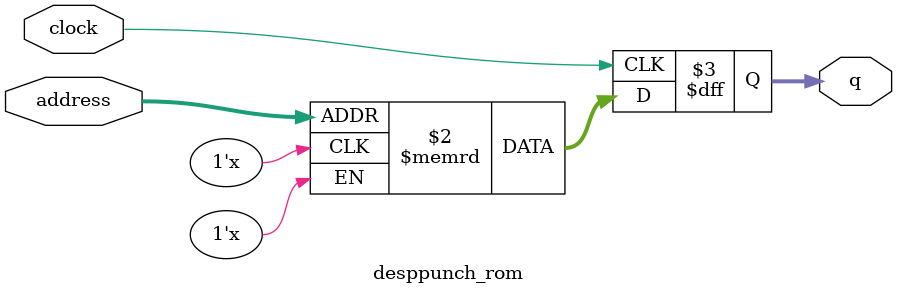
<source format=sv>
module desppunch_rom (
	input logic clock,
	input logic [11:0] address,
	output logic [3:0] q
);

logic [3:0] memory [0:4095] /* synthesis ram_init_file = "./desppunch/desppunch.mif" */;

always_ff @ (posedge clock) begin
	q <= memory[address];
end

endmodule

</source>
